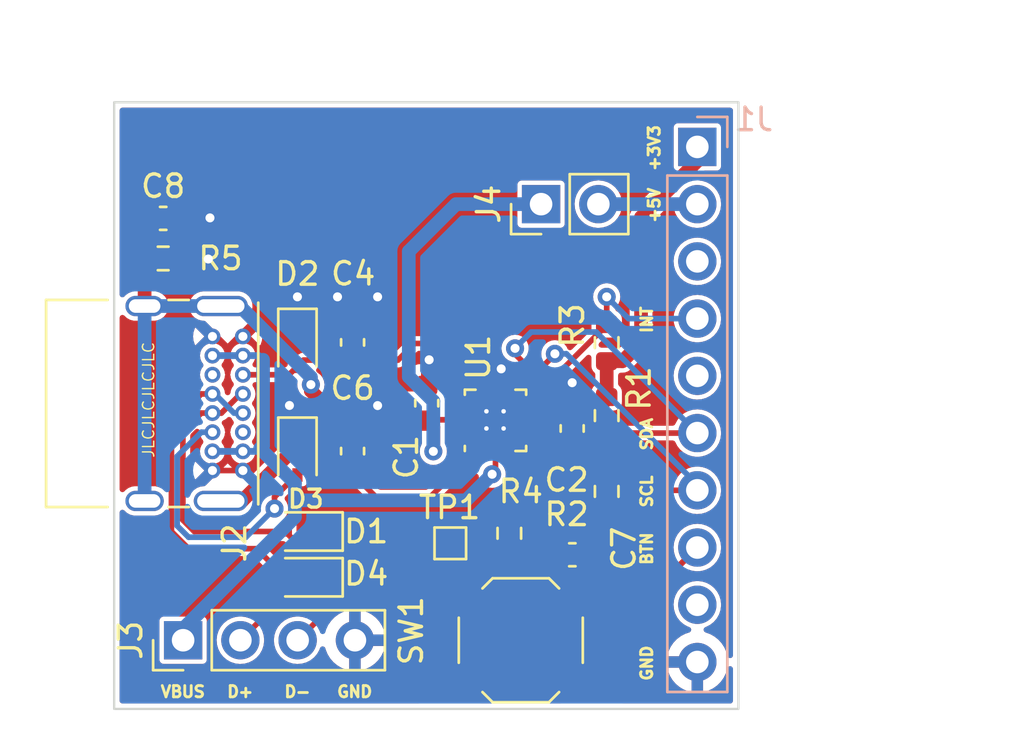
<source format=kicad_pcb>
(kicad_pcb (version 20211014) (generator pcbnew)
  (layers (0 "F.Cu" signal) (31 "B.Cu" signal) (34 "B.Paste" user) (35 "F.Paste" user) (36 "B.SilkS" user "B.Silkscreen") (37 "F.SilkS" user "F.Silkscreen") (38 "B.Mask" user) (39 "F.Mask" user) (44 "Edge.Cuts" user))
  (net 0 "")
  (net 1 "+3V3")
  (net 2 "+5V")
  (net 4 "/INT")
  (net 6 "/SDA")
  (net 7 "/SCL")
  (net 8 "/BTN")
  (net 10 "GND")
  (net 11 "VBUS")
  (net 14 "/CC1")
  (net 15 "/D_p")
  (net 16 "/D_n")
  (net 17 "/CC2")
  (net 18 "Net-(J1-Pad2)")
  (net 19 "Net-(C8-Pad1)")
  (footprint "Diode_SMD:D_SOD-323" (layer "F.Cu") (at 153.162 107.95 180)
    (fp_text reference "D4" (at -2.54 0.156) (layer "F.SilkS"))
    (fp_text value "DESD5V0U1BA-7")
    (fp_line (start -1.5 -0.85) (end 1.05 -0.85) (layer "F.SilkS") (width 0.12))
    (fp_line (start -1.5 -0.85) (end -1.5 0.85) (layer "F.SilkS") (width 0.12))
    (fp_line (start -1.5 0.85) (end 1.05 0.85) (layer "F.SilkS") (width 0.12))
    (pad "1" smd rect (at -1.05 0 180) (size 0.6 0.45) (layers "F.Cu" "F.Paste" "F.Mask") (net 10 "GND"))
    (pad "2" smd rect (at 1.05 0 180) (size 0.6 0.45) (layers "F.Cu" "F.Paste" "F.Mask") (net 16 "/D_n"))
  )
  (footprint "TestPoint:TestPoint_Pad_1.0x1.0mm" (layer "F.Cu") (at 159.434 106.442)
    (fp_text reference "TP1" (at -0.034 -1.592 180) (layer "F.SilkS"))
    (fp_text value "TestPoint")
    (fp_line (start -0.7 0.7) (end -0.7 -0.7) (layer "F.SilkS") (width 0.12))
    (fp_line (start -0.7 -0.7) (end 0.7 -0.7) (layer "F.SilkS") (width 0.12))
    (fp_line (start 0.7 -0.7) (end 0.7 0.7) (layer "F.SilkS") (width 0.12))
    (fp_line (start 0.7 0.7) (end -0.7 0.7) (layer "F.SilkS") (width 0.12))
    (pad "1" smd rect (at 0 0) (size 1 1) (layers "F.Cu" "F.Mask") (net 8 "/BTN"))
  )
  (footprint "Resistor_SMD:R_0603_1608Metric" (layer "F.Cu") (at 166.37 100.775 -90)
    (fp_text reference "R1" (at -1.207 -1.43 90) (layer "F.SilkS"))
    (fp_text value "10k")
    (fp_line (start -0.237258 -0.5225) (end 0.237258 -0.5225) (layer "F.SilkS") (width 0.12))
    (fp_line (start -0.237258 0.5225) (end 0.237258 0.5225) (layer "F.SilkS") (width 0.12))
    (pad "1" smd roundrect (at -0.825 0 270) (size 0.8 0.95) (layers "F.Cu" "F.Paste" "F.Mask") (net 1 "+3V3"))
    (pad "2" smd roundrect (at 0.825 0 270) (size 0.8 0.95) (layers "F.Cu" "F.Paste" "F.Mask") (net 6 "/SDA"))
  )
  (footprint "Resistor_SMD:R_0603_1608Metric" (layer "F.Cu") (at 146.7 93.8)
    (fp_text reference "R5" (at 2.54 0) (layer "F.SilkS"))
    (fp_text value "100k")
    (fp_line (start -0.237258 -0.5225) (end 0.237258 -0.5225) (layer "F.SilkS") (width 0.12))
    (fp_line (start -0.237258 0.5225) (end 0.237258 0.5225) (layer "F.SilkS") (width 0.12))
    (pad "1" smd roundrect (at -0.825 0) (size 0.8 0.95) (layers "F.Cu" "F.Paste" "F.Mask") (net 19 "Net-(C8-Pad1)"))
    (pad "2" smd roundrect (at 0.825 0) (size 0.8 0.95) (layers "F.Cu" "F.Paste" "F.Mask") (net 10 "GND"))
  )
  (footprint "Capacitor_SMD:C_0603_1608Metric" (layer "F.Cu") (at 155.1 97.525 90)
    (fp_text reference "C4" (at 3.048 0.028 180) (layer "F.SilkS"))
    (fp_text value "100n")
    (fp_line (start -0.14058 0.51) (end 0.14058 0.51) (layer "F.SilkS") (width 0.12))
    (fp_line (start -0.14058 -0.51) (end 0.14058 -0.51) (layer "F.SilkS") (width 0.12))
    (pad "1" smd roundrect (at -0.775 0 90) (size 0.9 0.95) (layers "F.Cu" "F.Paste" "F.Mask") (net 14 "/CC1"))
    (pad "2" smd roundrect (at 0.775 0 90) (size 0.9 0.95) (layers "F.Cu" "F.Paste" "F.Mask") (net 10 "GND"))
  )
  (footprint "Diode_SMD:D_SOD-323" (layer "F.Cu") (at 152.654 97.536 -90)
    (fp_text reference "D2" (at -3.048 0 180) (layer "F.SilkS"))
    (fp_text value "DESD5V0U1BA-7")
    (fp_line (start -1.5 0.85) (end 1.05 0.85) (layer "F.SilkS") (width 0.12))
    (fp_line (start -1.5 -0.85) (end 1.05 -0.85) (layer "F.SilkS") (width 0.12))
    (fp_line (start -1.5 -0.85) (end -1.5 0.85) (layer "F.SilkS") (width 0.12))
    (pad "1" smd rect (at -1.05 0 270) (size 0.6 0.45) (layers "F.Cu" "F.Paste" "F.Mask") (net 10 "GND"))
    (pad "2" smd rect (at 1.05 0 270) (size 0.6 0.45) (layers "F.Cu" "F.Paste" "F.Mask") (net 14 "/CC1"))
  )
  (footprint "Capacitor_SMD:C_0603_1608Metric" (layer "F.Cu") (at 146.7 92.022)
    (fp_text reference "C8" (at 0 -1.43) (layer "F.SilkS"))
    (fp_text value "100n")
    (fp_line (start -0.14058 0.51) (end 0.14058 0.51) (layer "F.SilkS") (width 0.12))
    (fp_line (start -0.14058 -0.51) (end 0.14058 -0.51) (layer "F.SilkS") (width 0.12))
    (pad "1" smd roundrect (at -0.775 0) (size 0.9 0.95) (layers "F.Cu" "F.Paste" "F.Mask") (net 19 "Net-(C8-Pad1)"))
    (pad "2" smd roundrect (at 0.775 0) (size 0.9 0.95) (layers "F.Cu" "F.Paste" "F.Mask") (net 10 "GND"))
  )
  (footprint "Diode_SMD:D_SOD-323" (layer "F.Cu") (at 153.162 105.918 180)
    (fp_text reference "D1" (at -2.54 0) (layer "F.SilkS"))
    (fp_text value "DESD5V0U1BA-7")
    (fp_line (start -1.5 -0.85) (end 1.05 -0.85) (layer "F.SilkS") (width 0.12))
    (fp_line (start -1.5 -0.85) (end -1.5 0.85) (layer "F.SilkS") (width 0.12))
    (fp_line (start -1.5 0.85) (end 1.05 0.85) (layer "F.SilkS") (width 0.12))
    (pad "1" smd rect (at -1.05 0 180) (size 0.6 0.45) (layers "F.Cu" "F.Paste" "F.Mask") (net 10 "GND"))
    (pad "2" smd rect (at 1.05 0 180) (size 0.6 0.45) (layers "F.Cu" "F.Paste" "F.Mask") (net 15 "/D_p"))
  )
  (footprint "Connector_USB:USB_C_Receptacle_GCT_USB4085" (layer "F.Cu") (at 150.236 97.262 -90)
    (fp_text reference "J2" (at 9.164 0.376 90) (layer "F.SilkS"))
    (fp_text value "USB_C_Receptacle_USB2.0")
    (fp_line (start -1.62 2.4) (end -1.62 3.3) (layer "F.SilkS") (width 0.12))
    (fp_line (start 7.57 2.4) (end 7.57 3.3) (layer "F.SilkS") (width 0.12))
    (fp_line (start -1.5 -0.68) (end 7.45 -0.68) (layer "F.SilkS") (width 0.12))
    (fp_line (start -1.62 8.73) (end 7.57 8.73) (layer "F.SilkS") (width 0.12))
    (fp_line (start 7.57 6) (end 7.57 8.73) (layer "F.SilkS") (width 0.12))
    (fp_line (start -1.62 6) (end -1.62 8.73) (layer "F.SilkS") (width 0.12))
    (pad "A1" thru_hole circle (at 0 0 270) (size 0.7 0.7) (drill 0.4) (layers *.Cu *.Mask) (net 10 "GND"))
    (pad "A4" thru_hole circle (at 0.85 0 270) (size 0.7 0.7) (drill 0.4) (layers *.Cu *.Mask) (net 11 "VBUS"))
    (pad "A5" thru_hole circle (at 1.7 0 270) (size 0.7 0.7) (drill 0.4) (layers *.Cu *.Mask) (net 14 "/CC1"))
    (pad "A6" thru_hole circle (at 2.55 0 270) (size 0.7 0.7) (drill 0.4) (layers *.Cu *.Mask) (net 15 "/D_p"))
    (pad "A7" thru_hole circle (at 3.4 0 270) (size 0.7 0.7) (drill 0.4) (layers *.Cu *.Mask) (net 16 "/D_n"))
    (pad "A8" thru_hole circle (at 4.25 0 270) (size 0.7 0.7) (drill 0.4) (layers *.Cu *.Mask))
    (pad "A9" thru_hole circle (at 5.1 0 270) (size 0.7 0.7) (drill 0.4) (layers *.Cu *.Mask) (net 11 "VBUS"))
    (pad "A12" thru_hole circle (at 5.95 0 270) (size 0.7 0.7) (drill 0.4) (layers *.Cu *.Mask) (net 10 "GND"))
    (pad "B1" thru_hole circle (at 5.95 1.35 270) (size 0.7 0.7) (drill 0.4) (layers *.Cu *.Mask) (net 10 "GND"))
    (pad "B4" thru_hole circle (at 5.1 1.35 270) (size 0.7 0.7) (drill 0.4) (layers *.Cu *.Mask) (net 11 "VBUS"))
    (pad "B5" thru_hole circle (at 4.25 1.35 270) (size 0.7 0.7) (drill 0.4) (layers *.Cu *.Mask) (net 17 "/CC2"))
    (pad "B6" thru_hole circle (at 3.4 1.35 270) (size 0.7 0.7) (drill 0.4) (layers *.Cu *.Mask) (net 15 "/D_p"))
    (pad "B7" thru_hole circle (at 2.55 1.35 270) (size 0.7 0.7) (drill 0.4) (layers *.Cu *.Mask) (net 16 "/D_n"))
    (pad "B8" thru_hole circle (at 1.7 1.35 270) (size 0.7 0.7) (drill 0.4) (layers *.Cu *.Mask))
    (pad "B9" thru_hole circle (at 0.85 1.35 270) (size 0.7 0.7) (drill 0.4) (layers *.Cu *.Mask) (net 11 "VBUS"))
    (pad "B12" thru_hole circle (at 0 1.35 270) (size 0.7 0.7) (drill 0.4) (layers *.Cu *.Mask) (net 10 "GND"))
    (pad "S1" thru_hole oval (at 7.3 4.36 270) (size 0.9 1.7) (drill oval 0.6 1.4) (layers *.Cu *.Mask) (net 19 "Net-(C8-Pad1)"))
    (pad "S1" thru_hole oval (at 7.3 0.98 270) (size 0.9 2.4) (drill oval 0.6 2.1) (layers *.Cu *.Mask) (net 19 "Net-(C8-Pad1)"))
    (pad "S1" thru_hole oval (at -1.35 0.98 270) (size 0.9 2.4) (drill oval 0.6 2.1) (layers *.Cu *.Mask) (net 19 "Net-(C8-Pad1)"))
    (pad "S1" thru_hole oval (at -1.35 4.36 270) (size 0.9 1.7) (drill oval 0.6 1.4) (layers *.Cu *.Mask) (net 19 "Net-(C8-Pad1)"))
  )
  (footprint "Capacitor_SMD:C_0603_1608Metric" (layer "F.Cu") (at 155.1 102.35 90)
    (fp_text reference "C6" (at 2.794 0 180) (layer "F.SilkS"))
    (fp_text value "100n")
    (fp_line (start -0.14058 0.51) (end 0.14058 0.51) (layer "F.SilkS") (width 0.12))
    (fp_line (start -0.14058 -0.51) (end 0.14058 -0.51) (layer "F.SilkS") (width 0.12))
    (pad "1" smd roundrect (at -0.775 0 90) (size 0.9 0.95) (layers "F.Cu" "F.Paste" "F.Mask") (net 17 "/CC2"))
    (pad "2" smd roundrect (at 0.775 0 90) (size 0.9 0.95) (layers "F.Cu" "F.Paste" "F.Mask") (net 10 "GND"))
  )
  (footprint "Resistor_SMD:R_0603_1608Metric" (layer "F.Cu") (at 166.37 97.536 90)
    (fp_text reference "R3" (at 0.762 -1.524 90) (layer "F.SilkS"))
    (fp_text value "10k")
    (fp_line (start -0.237258 -0.5225) (end 0.237258 -0.5225) (layer "F.SilkS") (width 0.12))
    (fp_line (start -0.237258 0.5225) (end 0.237258 0.5225) (layer "F.SilkS") (width 0.12))
    (pad "1" smd roundrect (at -0.825 0 90) (size 0.8 0.95) (layers "F.Cu" "F.Paste" "F.Mask") (net 1 "+3V3"))
    (pad "2" smd roundrect (at 0.825 0 90) (size 0.8 0.95) (layers "F.Cu" "F.Paste" "F.Mask") (net 4 "/INT"))
  )
  (footprint "Button_Switch_SMD:SW_SPST_TL3342" (layer "F.Cu") (at 162.56 110.744)
    (fp_text reference "SW1" (at -4.86 -0.419 90) (layer "F.SilkS"))
    (fp_text value "SW_Push")
    (fp_line (start -1.7 2.3) (end -1.25 2.75) (layer "F.SilkS") (width 0.12))
    (fp_line (start -2.75 -1) (end -2.75 1) (layer "F.SilkS") (width 0.12))
    (fp_line (start 2.75 -1) (end 2.75 1) (layer "F.SilkS") (width 0.12))
    (fp_line (start -1.25 -2.75) (end 1.25 -2.75) (layer "F.SilkS") (width 0.12))
    (fp_line (start 1.7 2.3) (end 1.25 2.75) (layer "F.SilkS") (width 0.12))
    (fp_line (start -1.7 -2.3) (end -1.25 -2.75) (layer "F.SilkS") (width 0.12))
    (fp_line (start 1.7 -2.3) (end 1.25 -2.75) (layer "F.SilkS") (width 0.12))
    (fp_line (start -1.25 2.75) (end 1.25 2.75) (layer "F.SilkS") (width 0.12))
    (pad "1" smd rect (at 3.15 -1.9) (size 1.7 1) (layers "F.Cu" "F.Paste" "F.Mask") (net 8 "/BTN"))
    (pad "1" smd rect (at -3.15 -1.9) (size 1.7 1) (layers "F.Cu" "F.Paste" "F.Mask") (net 8 "/BTN"))
    (pad "2" smd rect (at 3.15 1.9) (size 1.7 1) (layers "F.Cu" "F.Paste" "F.Mask") (net 10 "GND"))
    (pad "2" smd rect (at -3.15 1.9) (size 1.7 1) (layers "F.Cu" "F.Paste" "F.Mask") (net 10 "GND"))
  )
  (footprint "Package_DFN_QFN:WQFN-14-1EP_2.5x2.5mm_P0.5mm_EP1.45x1.45mm" (layer "F.Cu") (at 161.438 100.986 90)
    (fp_text reference "U1" (at 2.794 -0.762 90) (layer "F.SilkS"))
    (fp_text value "FUSB302BMPX")
    (fp_line (start -1.135 1.36) (end -1.36 1.36) (layer "F.SilkS") (width 0.12))
    (fp_line (start 1.36 -1.36) (end 1.36 -0.885) (layer "F.SilkS") (width 0.12))
    (fp_line (start 1.135 -1.36) (end 1.36 -1.36) (layer "F.SilkS") (width 0.12))
    (fp_line (start 1.36 1.36) (end 1.36 0.885) (layer "F.SilkS") (width 0.12))
    (fp_line (start -1.36 1.36) (end -1.36 0.885) (layer "F.SilkS") (width 0.12))
    (fp_line (start 1.135 1.36) (end 1.36 1.36) (layer "F.SilkS") (width 0.12))
    (fp_line (start -1.135 -1.36) (end -1.36 -1.36) (layer "F.SilkS") (width 0.12))
    (pad "1" smd roundrect (at -1.2625 -0.5 90) (size 0.675 0.25) (layers "F.Cu" "F.Paste" "F.Mask") (net 17 "/CC2"))
    (pad "2" smd roundrect (at -1.2625 0 90) (size 0.675 0.25) (layers "F.Cu" "F.Paste" "F.Mask") (net 11 "VBUS"))
    (pad "3" smd roundrect (at -1.2625 0.5 90) (size 0.675 0.25) (layers "F.Cu" "F.Paste" "F.Mask") (net 1 "+3V3"))
    (pad "4" smd roundrect (at -0.75 1.2625 90) (size 0.25 0.675) (layers "F.Cu" "F.Paste" "F.Mask") (net 1 "+3V3"))
    (pad "5" smd roundrect (at -0.25 1.2625 90) (size 0.25 0.675) (layers "F.Cu" "F.Paste" "F.Mask") (net 4 "/INT"))
    (pad "6" smd roundrect (at 0.25 1.2625 90) (size 0.25 0.675) (layers "F.Cu" "F.Paste" "F.Mask") (net 7 "/SCL"))
    (pad "7" smd roundrect (at 0.75 1.2625 90) (size 0.25 0.675) (layers "F.Cu" "F.Paste" "F.Mask") (net 6 "/SDA"))
    (pad "8" smd roundrect (at 1.2625 0.5 90) (size 0.675 0.25) (layers "F.Cu" "F.Paste" "F.Mask") (net 10 "GND"))
    (pad "9" smd roundrect (at 1.2625 0 90) (size 0.675 0.25) (layers "F.Cu" "F.Paste" "F.Mask") (net 10 "GND"))
    (pad "10" smd roundrect (at 1.2625 -0.5 90) (size 0.675 0.25) (layers "F.Cu" "F.Paste" "F.Mask") (net 14 "/CC1"))
    (pad "11" smd roundrect (at 0.75 -1.2625 90) (size 0.25 0.675) (layers "F.Cu" "F.Paste" "F.Mask") (net 14 "/CC1"))
    (pad "12" smd roundrect (at 0.25 -1.2625 90) (size 0.25 0.675) (layers "F.Cu" "F.Paste" "F.Mask") (net 2 "+5V"))
    (pad "13" smd roundrect (at -0.25 -1.2625 90) (size 0.25 0.675) (layers "F.Cu" "F.Paste" "F.Mask") (net 2 "+5V"))
    (pad "14" smd roundrect (at -0.75 -1.2625 90) (size 0.25 0.675) (layers "F.Cu" "F.Paste" "F.Mask") (net 17 "/CC2"))
    (pad "15" smd rect (at 0 0 90) (size 1.45 1.45) (layers "F.Cu" "F.Mask") (net 10 "GND"))
  )
  (footprint "Capacitor_SMD:C_0603_1608Metric" (layer "F.Cu") (at 164.8395 101.346 90)
    (fp_text reference "C2" (at -2.286 -0.2475 180) (layer "F.SilkS"))
    (fp_text value "1u")
    (fp_line (start -0.14058 0.51) (end 0.14058 0.51) (layer "F.SilkS") (width 0.12))
    (fp_line (start -0.14058 -0.51) (end 0.14058 -0.51) (layer "F.SilkS") (width 0.12))
    (pad "1" smd roundrect (at -0.775 0 90) (size 0.9 0.95) (layers "F.Cu" "F.Paste" "F.Mask") (net 1 "+3V3"))
    (pad "2" smd roundrect (at 0.775 0 90) (size 0.9 0.95) (layers "F.Cu" "F.Paste" "F.Mask") (net 10 "GND"))
  )
  (footprint "Capacitor_SMD:C_0603_1608Metric" (layer "F.Cu") (at 164.846 106.95)
    (fp_text reference "C7" (at 2.286 -0.27 90) (layer "F.SilkS"))
    (fp_text value "100n")
    (fp_line (start -0.14058 -0.51) (end 0.14058 -0.51) (layer "F.SilkS") (width 0.12))
    (fp_line (start -0.14058 0.51) (end 0.14058 0.51) (layer "F.SilkS") (width 0.12))
    (pad "1" smd roundrect (at -0.775 0) (size 0.9 0.95) (layers "F.Cu" "F.Paste" "F.Mask") (net 8 "/BTN"))
    (pad "2" smd roundrect (at 0.775 0) (size 0.9 0.95) (layers "F.Cu" "F.Paste" "F.Mask") (net 10 "GND"))
  )
  (footprint "Resistor_SMD:R_0603_1608Metric" (layer "F.Cu") (at 162.052 105.997 -90)
    (fp_text reference "R4" (at -1.857 -0.508 180) (layer "F.SilkS"))
    (fp_text value "47k")
    (fp_line (start -0.237258 0.5225) (end 0.237258 0.5225) (layer "F.SilkS") (width 0.12))
    (fp_line (start -0.237258 -0.5225) (end 0.237258 -0.5225) (layer "F.SilkS") (width 0.12))
    (pad "1" smd roundrect (at -0.825 0 270) (size 0.8 0.95) (layers "F.Cu" "F.Paste" "F.Mask") (net 1 "+3V3"))
    (pad "2" smd roundrect (at 0.825 0 270) (size 0.8 0.95) (layers "F.Cu" "F.Paste" "F.Mask") (net 8 "/BTN"))
  )
  (footprint "Diode_SMD:D_SOD-323" (layer "F.Cu") (at 152.654 102.362 -90)
    (fp_text reference "D3" (at 2.113 -0.371) (layer "F.SilkS") (effects (font (size 0.8 0.8))))
    (fp_text value "DESD5V0U1BA-7")
    (fp_line (start -1.5 -0.85) (end 1.05 -0.85) (layer "F.SilkS") (width 0.12))
    (fp_line (start -1.5 -0.85) (end -1.5 0.85) (layer "F.SilkS") (width 0.12))
    (fp_line (start -1.5 0.85) (end 1.05 0.85) (layer "F.SilkS") (width 0.12))
    (pad "1" smd rect (at -1.05 0 270) (size 0.6 0.45) (layers "F.Cu" "F.Paste" "F.Mask") (net 10 "GND"))
    (pad "2" smd rect (at 1.05 0 270) (size 0.6 0.45) (layers "F.Cu" "F.Paste" "F.Mask") (net 17 "/CC2"))
  )
  (footprint "Connector_PinHeader_2.54mm:PinHeader_1x04_P2.54mm_Vertical" (layer "F.Cu") (at 147.584 110.744 90)
    (fp_text reference "J3" (at 0 -2.33 90) (layer "F.SilkS"))
    (fp_text value "Conn_01x04")
    (fp_line (start 1.33 1.27) (end 1.33 8.95) (layer "F.SilkS") (width 0.12))
    (fp_line (start -1.33 0) (end -1.33 -1.33) (layer "F.SilkS") (width 0.12))
    (fp_line (start -1.33 -1.33) (end 0 -1.33) (layer "F.SilkS") (width 0.12))
    (fp_line (start -1.33 8.95) (end 1.33 8.95) (layer "F.SilkS") (width 0.12))
    (fp_line (start -1.33 1.27) (end 1.33 1.27) (layer "F.SilkS") (width 0.12))
    (fp_line (start -1.33 1.27) (end -1.33 8.95) (layer "F.SilkS") (width 0.12))
    (pad "1" thru_hole rect (at 0 0 90) (size 1.7 1.7) (drill 1) (layers *.Cu *.Mask) (net 11 "VBUS"))
    (pad "2" thru_hole oval (at 0 2.54 90) (size 1.7 1.7) (drill 1) (layers *.Cu *.Mask) (net 16 "/D_n"))
    (pad "3" thru_hole oval (at 0 5.08 90) (size 1.7 1.7) (drill 1) (layers *.Cu *.Mask) (net 15 "/D_p"))
    (pad "4" thru_hole oval (at 0 7.62 90) (size 1.7 1.7) (drill 1) (layers *.Cu *.Mask) (net 10 "GND"))
  )
  (footprint "Capacitor_SMD:C_0603_1608Metric" (layer "F.Cu") (at 158.39 100.224 90)
    (fp_text reference "C1" (at -2.392 -0.91 90) (layer "F.SilkS"))
    (fp_text value "1u")
    (fp_line (start -0.14058 -0.51) (end 0.14058 -0.51) (layer "F.SilkS") (width 0.12))
    (fp_line (start -0.14058 0.51) (end 0.14058 0.51) (layer "F.SilkS") (width 0.12))
    (pad "1" smd roundrect (at -0.775 0 90) (size 0.9 0.95) (layers "F.Cu" "F.Paste" "F.Mask") (net 2 "+5V"))
    (pad "2" smd roundrect (at 0.775 0 90) (size 0.9 0.95) (layers "F.Cu" "F.Paste" "F.Mask") (net 10 "GND"))
  )
  (footprint "Resistor_SMD:R_0603_1608Metric" (layer "F.Cu") (at 166.37 104.14 90)
    (fp_text reference "R2" (at -1.016 -1.778 180) (layer "F.SilkS"))
    (fp_text value "10k")
    (fp_line (start -0.237258 -0.5225) (end 0.237258 -0.5225) (layer "F.SilkS") (width 0.12))
    (fp_line (start -0.237258 0.5225) (end 0.237258 0.5225) (layer "F.SilkS") (width 0.12))
    (pad "1" smd roundrect (at -0.825 0 90) (size 0.8 0.95) (layers "F.Cu" "F.Paste" "F.Mask") (net 1 "+3V3"))
    (pad "2" smd roundrect (at 0.825 0 90) (size 0.8 0.95) (layers "F.Cu" "F.Paste" "F.Mask") (net 7 "/SCL"))
  )
  (footprint "Connector_PinHeader_2.54mm:PinHeader_1x02_P2.54mm_Vertical" (layer "F.Cu") (at 163.46 91.39 90)
    (fp_text reference "J4" (at 0 -2.33 90) (layer "F.SilkS"))
    (fp_text value "Conn_01x02")
    (fp_line (start -1.33 0) (end -1.33 -1.33) (layer "F.SilkS") (width 0.12))
    (fp_line (start -1.33 1.27) (end 1.33 1.27) (layer "F.SilkS") (width 0.12))
    (fp_line (start -1.33 3.87) (end 1.33 3.87) (layer "F.SilkS") (width 0.12))
    (fp_line (start -1.33 1.27) (end -1.33 3.87) (layer "F.SilkS") (width 0.12))
    (fp_line (start -1.33 -1.33) (end 0 -1.33) (layer "F.SilkS") (width 0.12))
    (fp_line (start 1.33 1.27) (end 1.33 3.87) (layer "F.SilkS") (width 0.12))
    (pad "1" thru_hole rect (at 0 0 90) (size 1.7 1.7) (drill 1) (layers *.Cu *.Mask) (net 2 "+5V"))
    (pad "2" thru_hole oval (at 0 2.54 90) (size 1.7 1.7) (drill 1) (layers *.Cu *.Mask) (net 18 "Net-(J1-Pad2)"))
  )
  (footprint "Connector_PinHeader_2.54mm:PinHeader_1x10_P2.54mm_Vertical" (layer "B.Cu") (at 170.39 88.85 180)
    (fp_text reference "J1" (at -2.496 1.22) (layer "B.SilkS") (effects (justify mirror)))
    (fp_text value "Conn_01x10")
    (fp_line (start -1.33 1.33) (end 0 1.33) (layer "B.SilkS") (width 0.12))
    (fp_line (start -1.33 0) (end -1.33 1.33) (layer "B.SilkS") (width 0.12))
    (fp_line (start -1.33 -24.19) (end 1.33 -24.19) (layer "B.SilkS") (width 0.12))
    (fp_line (start -1.33 -1.27) (end -1.33 -24.19) (layer "B.SilkS") (width 0.12))
    (fp_line (start 1.33 -1.27) (end 1.33 -24.19) (layer "B.SilkS") (width 0.12))
    (fp_line (start -1.33 -1.27) (end 1.33 -1.27) (layer "B.SilkS") (width 0.12))
    (pad "1" thru_hole rect (at 0 0 180) (size 1.7 1.7) (drill 1) (layers *.Cu *.Mask) (net 1 "+3V3"))
    (pad "2" thru_hole oval (at 0 -2.54 180) (size 1.7 1.7) (drill 1) (layers *.Cu *.Mask) (net 18 "Net-(J1-Pad2)"))
    (pad "3" thru_hole oval (at 0 -5.08 180) (size 1.7 1.7) (drill 1) (layers *.Cu *.Mask))
    (pad "4" thru_hole oval (at 0 -7.62 180) (size 1.7 1.7) (drill 1) (layers *.Cu *.Mask) (net 4 "/INT"))
    (pad "5" thru_hole oval (at 0 -10.16 180) (size 1.7 1.7) (drill 1) (layers *.Cu *.Mask))
    (pad "6" thru_hole oval (at 0 -12.7 180) (size 1.7 1.7) (drill 1) (layers *.Cu *.Mask) (net 6 "/SDA"))
    (pad "7" thru_hole oval (at 0 -15.24 180) (size 1.7 1.7) (drill 1) (layers *.Cu *.Mask) (net 7 "/SCL"))
    (pad "8" thru_hole oval (at 0 -17.78 180) (size 1.7 1.7) (drill 1) (layers *.Cu *.Mask) (net 8 "/BTN"))
    (pad "9" thru_hole oval (at 0 -20.32 180) (size 1.7 1.7) (drill 1) (layers *.Cu *.Mask))
    (pad "10" thru_hole oval (at 0 -22.86 180) (size 1.7 1.7) (drill 1) (layers *.Cu *.Mask) (net 10 "GND"))
  )
  (gr_rect (start 144.526 86.868) (end 172.212 113.792) (layer "Edge.Cuts") (width 0.1) (fill none))
  (gr_text "GND\n" (at 168.148 111.76 90) (layer "F.SilkS") (effects (font (size 0.5 0.5) (thickness 0.125))))
  (gr_text "+5V\n" (at 168.48 91.44 90) (layer "F.SilkS") (effects (font (size 0.5 0.5) (thickness 0.125))))
  (gr_text "D-\n" (at 152.654 113.03) (layer "F.SilkS") (effects (font (size 0.5 0.5) (thickness 0.125))))
  (gr_text "D+\n" (at 150.114 113.03) (layer "F.SilkS") (effects (font (size 0.5 0.5) (thickness 0.125))))
  (gr_text "GND\n" (at 155.194 113.03) (layer "F.SilkS") (effects (font (size 0.5 0.5) (thickness 0.125))))
  (gr_text "VBUS" (at 147.574 113.03) (layer "F.SilkS") (effects (font (size 0.5 0.5) (thickness 0.125))))
  (gr_text "SDA\n" (at 168.148 101.6 90) (layer "F.SilkS") (effects (font (size 0.5 0.5) (thickness 0.125))))
  (gr_text "BTN\n" (at 168.148 106.68 90) (layer "F.SilkS") (effects (font (size 0.5 0.5) (thickness 0.125))))
  (gr_text "+3V3" (at 168.48 88.9 90) (layer "F.SilkS") (effects (font (size 0.5 0.5) (thickness 0.125))))
  (gr_text "JLCJLCJLCJLC" (at 146.05 100.076 90) (layer "F.SilkS") (effects (font (size 0.5 0.5) (thickness 0.0625))))
  (gr_text "SCL" (at 168.148 104.14 90) (layer "F.SilkS") (effects (font (size 0.5 0.5) (thickness 0.125))))
  (gr_text "INT" (at 168.148 96.52 90) (layer "F.SilkS") (effects (font (size 0.5 0.5) (thickness 0.125))))
  (segment (start 164.8395 103.4345) (end 164.8395 102.121) (width 0.608) (layer "F.Cu") (net 1))
  (segment (start 167.894 97.536) (end 167.069 98.361) (width 0.608) (layer "F.Cu") (net 1))
  (segment (start 164.8395 102.121) (end 164.086656 102.121) (width 0.608) (layer "F.Cu") (net 1))
  (segment (start 164.086656 102.121) (end 163.824828 101.859172) (width 0.608) (layer "F.Cu") (net 1))
  (segment (start 164.8395 101.8605) (end 166.37 100.33) (width 0.25) (layer "F.Cu") (net 1))
  (segment (start 167.894 91.971845) (end 167.894 97.536) (width 0.608) (layer "F.Cu") (net 1))
  (segment (start 163.824828 101.859172) (end 163.979328 101.859172) (width 0.25) (layer "F.Cu") (net 1))
  (segment (start 162.7005 101.736) (end 163.085328 101.736) (width 0.25) (layer "F.Cu") (net 1))
  (segment (start 163.2085 101.859172) (end 163.824828 101.859172) (width 0.25) (layer "F.Cu") (net 1))
  (segment (start 167.069 98.361) (end 166.37 98.361) (width 0.608) (layer "F.Cu") (net 1))
  (segment (start 164.8395 102.121) (end 164.8395 101.8605) (width 0.25) (layer "F.Cu") (net 1))
  (segment (start 163.2085 101.859172) (end 163.2085 101.9945) (width 0.25) (layer "F.Cu") (net 1))
  (segment (start 161.938 102.2485) (end 163.2085 102.2485) (width 0.25) (layer "F.Cu") (net 1))
  (segment (start 170.39 89.475845) (end 167.894 91.971845) (width 0.608) (layer "F.Cu") (net 1))
  (segment (start 170.39 88.85) (end 170.39 89.475845) (width 0.608) (layer "F.Cu") (net 1))
  (segment (start 162.259 104.965) (end 162.052 105.172) (width 0.608) (layer "F.Cu") (net 1))
  (segment (start 166.37 104.965) (end 164.8395 103.4345) (width 0.608) (layer "F.Cu") (net 1))
  (segment (start 166.37 98.361) (end 166.37 99.95) (width 0.608) (layer "F.Cu") (net 1))
  (segment (start 163.085328 101.736) (end 163.2085 101.859172) (width 0.25) (layer "F.Cu") (net 1))
  (segment (start 166.37 104.965) (end 162.259 104.965) (width 0.608) (layer "F.Cu") (net 1))
  (segment (start 163.2085 101.859172) (end 163.2085 102.2485) (width 0.25) (layer "F.Cu") (net 1))
  (segment (start 159.656 101.236) (end 159.512 101.092) (width 0.25) (layer "F.Cu") (net 2))
  (segment (start 159.614 100.736) (end 160.1755 100.736) (width 0.25) (layer "F.Cu") (net 2))
  (segment (start 158.5395 100.96) (end 159.5005 100.96) (width 0.25) (layer "F.Cu") (net 2))
  (segment (start 158.6815 102.362) (end 158.6815 101.2905) (width 0.608) (layer "F.Cu") (net 2))
  (segment (start 158.6815 101.2905) (end 158.39 100.999) (width 0.608) (layer "F.Cu") (net 2))
  (segment (start 159.512 100.838) (end 159.614 100.736) (width 0.25) (layer "F.Cu") (net 2))
  (segment (start 160.1755 101.236) (end 159.656 101.236) (width 0.25) (layer "F.Cu") (net 2))
  (segment (start 159.512 101.092) (end 159.512 100.838) (width 0.25) (layer "F.Cu") (net 2))
  (via (at 158.6815 102.362) (size 0.8) (drill 0.4) (layers "F.Cu" "B.Cu") (net 2))
  (segment (start 158.75 100.321386) (end 158.75 102.108) (width 0.25) (layer "B.Cu") (net 2))
  (segment (start 163.46 91.39) (end 159.69 91.39) (width 0.608) (layer "B.Cu") (net 2))
  (segment (start 157.592489 93.487511) (end 157.592489 99.04773) (width 0.608) (layer "B.Cu") (net 2))
  (segment (start 158.6815 100.136741) (end 158.6815 102.362) (width 0.608) (layer "B.Cu") (net 2))
  (segment (start 157.592489 99.04773) (end 158.6815 100.136741) (width 0.608) (layer "B.Cu") (net 2))
  (segment (start 159.69 91.39) (end 157.592489 93.487511) (width 0.608) (layer "B.Cu") (net 2))
  (segment (start 163.91952 100.74848) (end 163.91952 99.209366) (width 0.25) (layer "F.Cu") (net 4))
  (segment (start 162.7005 101.236) (end 163.432 101.236) (width 0.25) (layer "F.Cu") (net 4))
  (segment (start 166.37 96.711) (end 166.37 95.504) (width 0.25) (layer "F.Cu") (net 4))
  (segment (start 163.91952 99.209366) (end 166.37 96.758886) (width 0.25) (layer "F.Cu") (net 4))
  (segment (start 163.432 101.236) (end 163.91952 100.74848) (width 0.25) (layer "F.Cu") (net 4))
  (segment (start 166.37 96.758886) (end 166.37 96.711) (width 0.25) (layer "F.Cu") (net 4))
  (via (at 166.37 95.504) (size 0.8) (drill 0.4) (layers "F.Cu" "B.Cu") (net 4))
  (segment (start 170.39 96.47) (end 167.336 96.47) (width 0.25) (layer "B.Cu") (net 4))
  (segment (start 167.336 96.47) (end 166.37 95.504) (width 0.25) (layer "B.Cu") (net 4))
  (segment (start 162.908 100.236) (end 163.01048 100.13352) (width 0.27) (layer "F.Cu") (net 6))
  (segment (start 163.01048 100.13352) (end 163.01048 98.74848) (width 0.27) (layer "F.Cu") (net 6))
  (segment (start 163.01048 98.74848) (end 162.7005 98.4385) (width 0.27) (layer "F.Cu") (net 6))
  (segment (start 162.7005 98.4385) (end 162.306 98.044) (width 0.25) (layer "F.Cu") (net 6))
  (segment (start 170.39 101.55) (end 166.42 101.55) (width 0.25) (layer "F.Cu") (net 6))
  (segment (start 162.306 98.044) (end 162.306 97.79) (width 0.25) (layer "F.Cu") (net 6))
  (segment (start 162.7005 100.236) (end 162.908 100.236) (width 0.27) (layer "F.Cu") (net 6))
  (segment (start 166.42 101.55) (end 166.37 101.6) (width 0.25) (layer "F.Cu") (net 6))
  (via (at 162.306 97.79) (size 0.8) (drill 0.4) (layers "F.Cu" "B.Cu") (net 6))
  (segment (start 162.306 97.781386) (end 163.021897 97.065489) (width 0.25) (layer "B.Cu") (net 6))
  (segment (start 162.306 97.79) (end 162.306 97.781386) (width 0.25) (layer "B.Cu") (net 6))
  (segment (start 165.905489 97.065489) (end 170.39 101.55) (width 0.25) (layer "B.Cu") (net 6))
  (segment (start 163.021897 97.065489) (end 165.905489 97.065489) (width 0.25) (layer "B.Cu") (net 6))
  (segment (start 164.072144 98.055856) (end 164.072144 98.032144) (width 0.25) (layer "F.Cu") (net 7))
  (segment (start 163.47 98.658) (end 164.072144 98.055856) (width 0.25) (layer "F.Cu") (net 7))
  (segment (start 163.085328 100.736) (end 163.47 100.351328) (width 0.25) (layer "F.Cu") (net 7))
  (segment (start 170.39 104.09) (end 167.145 104.09) (width 0.25) (layer "F.Cu") (net 7))
  (segment (start 163.47 100.351328) (end 163.47 98.658) (width 0.25) (layer "F.Cu") (net 7))
  (segment (start 167.145 104.09) (end 166.37 103.315) (width 0.25) (layer "F.Cu") (net 7))
  (segment (start 162.7005 100.736) (end 163.085328 100.736) (width 0.25) (layer "F.Cu") (net 7))
  (via (at 164.072144 98.032144) (size 0.8) (drill 0.4) (layers "F.Cu" "B.Cu") (net 7))
  (segment (start 164.072144 98.032144) (end 164.582258 98.032144) (width 0.25) (layer "B.Cu") (net 7))
  (segment (start 170.39 103.839886) (end 170.39 104.09) (width 0.25) (layer "B.Cu") (net 7))
  (segment (start 164.582258 98.032144) (end 170.39 103.839886) (width 0.25) (layer "B.Cu") (net 7))
  (segment (start 159.41 106.466) (end 159.434 106.442) (width 0.27) (layer "F.Cu") (net 8))
  (segment (start 165.71 108.844) (end 168.176 108.844) (width 0.27) (layer "F.Cu") (net 8))
  (segment (start 161.672 106.442) (end 162.052 106.822) (width 0.27) (layer "F.Cu") (net 8))
  (segment (start 164.071 106.95) (end 164.071 107.205) (width 0.27) (layer "F.Cu") (net 8))
  (segment (start 159.434 106.442) (end 161.672 106.442) (width 0.27) (layer "F.Cu") (net 8))
  (segment (start 159.41 108.844) (end 159.41 106.466) (width 0.27) (layer "F.Cu") (net 8))
  (segment (start 168.176 108.844) (end 170.39 106.63) (width 0.27) (layer "F.Cu") (net 8))
  (segment (start 164.071 107.205) (end 165.71 108.844) (width 0.27) (layer "F.Cu") (net 8))
  (segment (start 163.943 106.822) (end 164.071 106.95) (width 0.27) (layer "F.Cu") (net 8))
  (segment (start 162.052 106.822) (end 163.943 106.822) (width 0.27) (layer "F.Cu") (net 8))
  (segment (start 152.654 101.312) (end 152.56046 101.312) (width 0.25) (layer "F.Cu") (net 10))
  (segment (start 158.39 98.404) (end 158.496 98.298) (width 0.25) (layer "F.Cu") (net 10))
  (segment (start 164.8395 100.571) (end 164.8395 99.314) (width 0.25) (layer "F.Cu") (net 10))
  (segment (start 161.938 98.946) (end 161.692 98.7) (width 0.25) (layer "F.Cu") (net 10))
  (segment (start 161.438 99.7235) (end 161.438 98.954) (width 0.25) (layer "F.Cu") (net 10))
  (segment (start 152.654 101.312) (end 152.654 100.679) (width 0.25) (layer "F.Cu") (net 10))
  (segment (start 161.438 98.954) (end 161.692 98.7) (width 0.25) (layer "F.Cu") (net 10))
  (segment (start 158.39 99.449) (end 158.39 98.404) (width 0.25) (layer "F.Cu") (net 10))
  (segment (start 150.66046 103.212) (end 150.236 103.212) (width 0.25) (layer "F.Cu") (net 10))
  (segment (start 152.654 100.679) (end 152.3 100.325) (width 0.25) (layer "F.Cu") (net 10))
  (segment (start 150.236 103.212) (end 148.886 103.212) (width 0.25) (layer "F.Cu") (net 10))
  (segment (start 152.56046 101.312) (end 150.66046 103.212) (width 0.25) (layer "F.Cu") (net 10))
  (segment (start 161.938 99.7235) (end 161.938 98.946) (width 0.25) (layer "F.Cu") (net 10))
  (via (at 158.496 98.298) (size 0.8) (drill 0.4) (layers "F.Cu" "B.Cu") (net 10))
  (via (at 152.654 95.504) (size 0.8) (drill 0.4) (layers "F.Cu" "B.Cu") (net 10))
  (via (at 156.21 100.33) (size 0.8) (drill 0.4) (layers "F.Cu" "B.Cu") (net 10))
  (via (at 164.8395 99.314) (size 0.8) (drill 0.4) (layers "F.Cu" "B.Cu") (net 10))
  (via (at 154.432 95.504) (size 0.8) (drill 0.4) (layers "F.Cu" "B.Cu") (net 10))
  (via (at 148.775 92) (size 0.8) (drill 0.4) (layers "F.Cu" "B.Cu") (net 10))
  (via (at 148.7 93.825) (size 0.8) (drill 0.4) (layers "F.Cu" "B.Cu") (net 10))
  (via (at 152.3 100.325) (size 0.8) (drill 0.4) (layers "F.Cu" "B.Cu") (net 10))
  (via (at 161.798 100.584) (size 0.4) (drill 0.2) (layers "F.Cu" "B.Cu") (net 10))
  (via (at 161.692 98.7) (size 0.8) (drill 0.4) (layers "F.Cu" "B.Cu") (net 10))
  (via (at 156.21 95.504) (size 0.8) (drill 0.4) (layers "F.Cu" "B.Cu") (net 10))
  (via (at 161.798 101.346) (size 0.4) (drill 0.2) (layers "F.Cu" "B.Cu") (net 10))
  (via (at 161.036 100.584) (size 0.4) (drill 0.2) (layers "F.Cu" "B.Cu") (net 10))
  (via (at 161.036 101.346) (size 0.4) (drill 0.2) (layers "F.Cu" "B.Cu") (net 10))
  (segment (start 161.438 103.23) (end 161.29 103.378) (width 0.25) (layer "F.Cu") (net 11))
  (segment (start 161.438 102.2485) (end 161.438 103.23) (width 0.25) (layer "F.Cu") (net 11))
  (via (at 161.29 103.378) (size 0.8) (drill 0.4) (layers "F.Cu" "B.Cu") (net 11))
  (segment (start 147.584 110.236) (end 152.541511 105.278489) (width 0.608) (layer "B.Cu") (net 11))
  (segment (start 152.541511 103.773511) (end 151.003 102.235) (width 0.608) (layer "B.Cu") (net 11))
  (segment (start 152.541511 105.278489) (end 152.541511 104.535511) (width 0.608) (layer "B.Cu") (net 11))
  (segment (start 152.541511 104.535511) (end 152.541511 103.773511) (width 0.608) (layer "B.Cu") (net 11))
  (segment (start 148.886 102.362) (end 150.236 102.362) (width 0.3) (layer "B.Cu") (net 11))
  (segment (start 150.236 102.362) (end 150.876 102.362) (width 0.3) (layer "B.Cu") (net 11))
  (segment (start 151.892 103.378) (end 150.876 102.362) (width 0.25) (layer "B.Cu") (net 11))
  (segment (start 151.003 102.235) (end 151.13 102.108) (width 0.608) (layer "B.Cu") (net 11))
  (segment (start 151.13 102.108) (end 151.13 98.298) (width 0.608) (layer "B.Cu") (net 11))
  (segment (start 148.886 98.112) (end 150.236 98.112) (width 0.3) (layer "B.Cu") (net 11))
  (segment (start 160.132489 104.535511) (end 161.29 103.378) (width 0.608) (layer "B.Cu") (net 11))
  (segment (start 150.944 98.112) (end 151.13 98.298) (width 0.3) (layer "B.Cu") (net 11))
  (segment (start 152.541511 104.535511) (end 160.132489 104.535511) (width 0.608) (layer "B.Cu") (net 11))
  (segment (start 150.876 102.362) (end 151.003 102.235) (width 0.3) (layer "B.Cu") (net 11))
  (segment (start 150.236 98.112) (end 150.944 98.112) (width 0.3) (layer "B.Cu") (net 11))
  (segment (start 152.278 98.962) (end 152.654 98.586) (width 0.25) (layer "F.Cu") (net 14))
  (segment (start 152.929 98.311) (end 157.114 98.311) (width 0.25) (layer "F.Cu") (net 14))
  (segment (start 159.914 98.954) (end 160.676 98.954) (width 0.25) (layer "F.Cu") (net 14))
  (segment (start 159.041489 97.573489) (end 159.914 98.446) (width 0.25) (layer "F.Cu") (net 14))
  (segment (start 160.1755 100.236) (end 159.672 100.236) (width 0.25) (layer "F.Cu") (net 14))
  (segment (start 160.938 99.216) (end 160.938 99.7235) (width 0.25) (layer "F.Cu") (net 14))
  (segment (start 157.114 98.311) (end 157.851511 97.573489) (width 0.25) (layer "F.Cu") (net 14))
  (segment (start 159.406 99.462) (end 159.914 98.954) (width 0.25) (layer "F.Cu") (net 14))
  (segment (start 160.676 98.954) (end 160.938 99.216) (width 0.25) (layer "F.Cu") (net 14))
  (segment (start 159.672 100.236) (end 159.406 99.97) (width 0.25) (layer "F.Cu") (net 14))
  (segment (start 150.236 98.962) (end 152.278 98.962) (width 0.25) (layer "F.Cu") (net 14))
  (segment (start 152.654 98.586) (end 152.929 98.311) (width 0.25) (layer "F.Cu") (net 14))
  (segment (start 157.851511 97.573489) (end 159.041489 97.573489) (width 0.25) (layer "F.Cu") (net 14))
  (segment (start 159.914 98.446) (end 159.914 98.954) (width 0.25) (layer "F.Cu") (net 14))
  (segment (start 159.406 99.97) (end 159.406 99.462) (width 0.25) (layer "F.Cu") (net 14))
  (segment (start 148.886 100.662) (end 149.282096 100.662) (width 0.25) (layer "F.Cu") (net 15))
  (segment (start 152.112 105.918) (end 153.514 107.32) (width 0.25) (layer "F.Cu") (net 15))
  (segment (start 147.574 101.479026) (end 147.574 105.41) (width 0.25) (layer "F.Cu") (net 15))
  (segment (start 148.082 105.918) (end 152.112 105.918) (width 0.25) (layer "F.Cu") (net 15))
  (segment (start 149.282096 100.662) (end 150.132096 99.812) (width 0.25) (layer "F.Cu") (net 15))
  (segment (start 153.514 109.894) (end 152.664 110.744) (width 0.25) (layer "F.Cu") (net 15))
  (segment (start 147.574 105.41) (end 148.082 105.918) (width 0.25) (layer "F.Cu") (net 15))
  (segment (start 148.391026 100.662) (end 147.574 101.479026) (width 0.25) (layer "F.Cu") (net 15))
  (segment (start 150.132096 99.812) (end 150.236 99.812) (width 0.25) (layer "F.Cu") (net 15))
  (segment (start 148.886 100.662) (end 148.391026 100.662) (width 0.25) (layer "F.Cu") (net 15))
  (segment (start 153.514 107.32) (end 153.514 109.894) (width 0.25) (layer "F.Cu") (net 15))
  (segment (start 152.112 108.756) (end 150.124 110.744) (width 0.25) (layer "F.Cu") (net 16))
  (segment (start 148.886 99.812) (end 148.391026 99.812) (width 0.25) (layer "F.Cu") (net 16))
  (segment (start 147.066 105.918) (end 147.828 106.68) (width 0.25) (layer "F.Cu") (net 16))
  (segment (start 148.391026 99.812) (end 147.066 101.137026) (width 0.25) (layer "F.Cu") (net 16))
  (segment (start 147.828 106.68) (end 150.876 106.68) (width 0.25) (layer "F.Cu") (net 16))
  (segment (start 150.876 106.714) (end 152.112 107.95) (width 0.25) (layer "F.Cu") (net 16))
  (segment (start 147.066 101.137026) (end 147.066 105.918) (width 0.25) (layer "F.Cu") (net 16))
  (segment (start 152.112 107.95) (end 152.112 108.756) (width 0.25) (layer "F.Cu") (net 16))
  (segment (start 150.876 106.68) (end 150.876 106.714) (width 0.25) (layer "F.Cu") (net 16))
  (segment (start 149.839904 100.662) (end 150.236 100.662) (width 0.25) (layer "B.Cu") (net 16))
  (segment (start 148.886 99.812) (end 148.989904 99.812) (width 0.25) (layer "B.Cu") (net 16))
  (segment (start 148.989904 99.812) (end 149.839904 100.662) (width 0.25) (layer "B.Cu") (net 16))
  (segment (start 152.613 103.412) (end 152.654 103.412) (width 0.25) (layer "F.Cu") (net 17))
  (segment (start 156.144 104.394) (end 158.538 104.394) (width 0.25) (layer "F.Cu") (net 17))
  (segment (start 151.638 104.387) (end 152.613 103.412) (width 0.25) (layer "F.Cu") (net 17))
  (segment (start 158.538 104.394) (end 159.914 103.018) (width 0.25) (layer "F.Cu") (net 17))
  (segment (start 159.914 103.018) (end 159.406 102.51) (width 0.25) (layer "F.Cu") (net 17))
  (segment (start 152.941 103.125) (end 154.875 103.125) (width 0.25) (layer "F.Cu") (net 17))
  (segment (start 154.875 103.125) (end 156.144 104.394) (width 0.25) (layer "F.Cu") (net 17))
  (segment (start 159.406 102.002) (end 159.672 101.736) (width 0.25) (layer "F.Cu") (net 17))
  (segment (start 159.406 102.51) (end 159.406 102.002) (width 0.25) (layer "F.Cu") (net 17))
  (segment (start 151.638 104.902) (end 151.638 104.387) (width 0.25) (layer "F.Cu") (net 17))
  (segment (start 160.938 102.628282) (end 160.548282 103.018) (width 0.25) (layer "F.Cu") (net 17))
  (segment (start 152.654 103.412) (end 152.941 103.125) (width 0.25) (layer "F.Cu") (net 17))
  (segment (start 159.672 101.736) (end 160.1755 101.736) (width 0.25) (layer "F.Cu") (net 17))
  (segment (start 160.548282 103.018) (end 159.914 103.018) (width 0.25) (layer "F.Cu") (net 17))
  (segment (start 160.938 102.2485) (end 160.938 102.628282) (width 0.25) (layer "F.Cu") (net 17))
  (via (at 151.638 104.902) (size 0.8) (drill 0.4) (layers "F.Cu" "B.Cu") (net 17))
  (segment (start 148.391026 101.512) (end 147.32 102.583026) (width 0.25) (layer "B.Cu") (net 17))
  (segment (start 147.32 105.664) (end 147.828 106.172) (width 0.25) (layer "B.Cu") (net 17))
  (segment (start 148.886 101.512) (end 148.391026 101.512) (width 0.25) (layer "B.Cu") (net 17))
  (segment (start 147.828 106.172) (end 150.368 106.172) (width 0.25) (layer "B.Cu") (net 17))
  (segment (start 147.32 102.583026) (end 147.32 105.664) (width 0.25) (layer "B.Cu") (net 17))
  (segment (start 151.384 105.156) (end 151.638 104.902) (width 0.25) (layer "B.Cu") (net 17))
  (segment (start 150.368 106.172) (end 151.384 105.156) (width 0.25) (layer "B.Cu") (net 17))
  (segment (start 166 91.39) (end 170.39 91.39) (width 0.608) (layer "B.Cu") (net 18))
  (segment (start 145.876 95.912) (end 145.876 93.801) (width 0.608) (layer "F.Cu") (net 19))
  (segment (start 145.925 93.75) (end 145.875 93.8) (width 0.608) (layer "F.Cu") (net 19))
  (segment (start 153.925 100.35) (end 153.925 101.35) (width 0.608) (layer "F.Cu") (net 19))
  (segment (start 152.95 102.325) (end 152.437 102.325) (width 0.608) (layer "F.Cu") (net 19))
  (segment (start 145.925 92.022) (end 145.925 93.75) (width 0.608) (layer "F.Cu") (net 19))
  (segment (start 150.2 104.562) (end 149.256 104.562) (width 0.608) (layer "F.Cu") (net 19))
  (segment (start 153.25 99.4) (end 153.25 99.675) (width 0.608) (layer "F.Cu") (net 19))
  (segment (start 153.25 99.675) (end 153.925 100.35) (width 0.608) (layer "F.Cu") (net 19))
  (segment (start 152.437 102.325) (end 150.2 104.562) (width 0.608) (layer "F.Cu") (net 19))
  (segment (start 153.925 101.35) (end 152.95 102.325) (width 0.608) (layer "F.Cu") (net 19))
  (segment (start 145.876 93.801) (end 145.875 93.8) (width 0.608) (layer "F.Cu") (net 19))
  (via (at 153.25 99.4) (size 0.8) (drill 0.4) (layers "F.Cu" "B.Cu") (net 19))
  (segment (start 150.093048 95.912) (end 149.256 95.912) (width 0.608) (layer "B.Cu") (net 19))
  (segment (start 153.25 99.068952) (end 150.093048 95.912) (width 0.608) (layer "B.Cu") (net 19))
  (segment (start 149.256 95.912) (end 145.876 95.912) (width 0.608) (layer "B.Cu") (net 19))
  (segment (start 153.25 99.4) (end 153.25 99.068952) (width 0.608) (layer "B.Cu") (net 19))
  (segment (start 145.876 95.912) (end 145.876 104.562) (width 0.608) (layer "B.Cu") (net 19))
  (zone (net 10) (net_name "GND") (layer "F.Cu") (connect_pads (clearance 0.01)) (min_thickness 0.254) (fill yes (thermal_gap 0.508) (thermal_bridge_width 0.508))
    (polygon (pts (xy 172.212 113.792) (xy 144.526 113.792) (xy 144.526 86.868) (xy 172.212 86.868)))
  )
  (zone (net 10) (net_name "GND") (layer "B.Cu") (connect_pads (clearance 0.01)) (min_thickness 0.254) (fill yes (thermal_gap 0.508) (thermal_bridge_width 0.508))
    (polygon (pts (xy 172.212 113.792) (xy 144.526 113.792) (xy 144.526 86.868) (xy 172.212 86.868)))
  )
)
</source>
